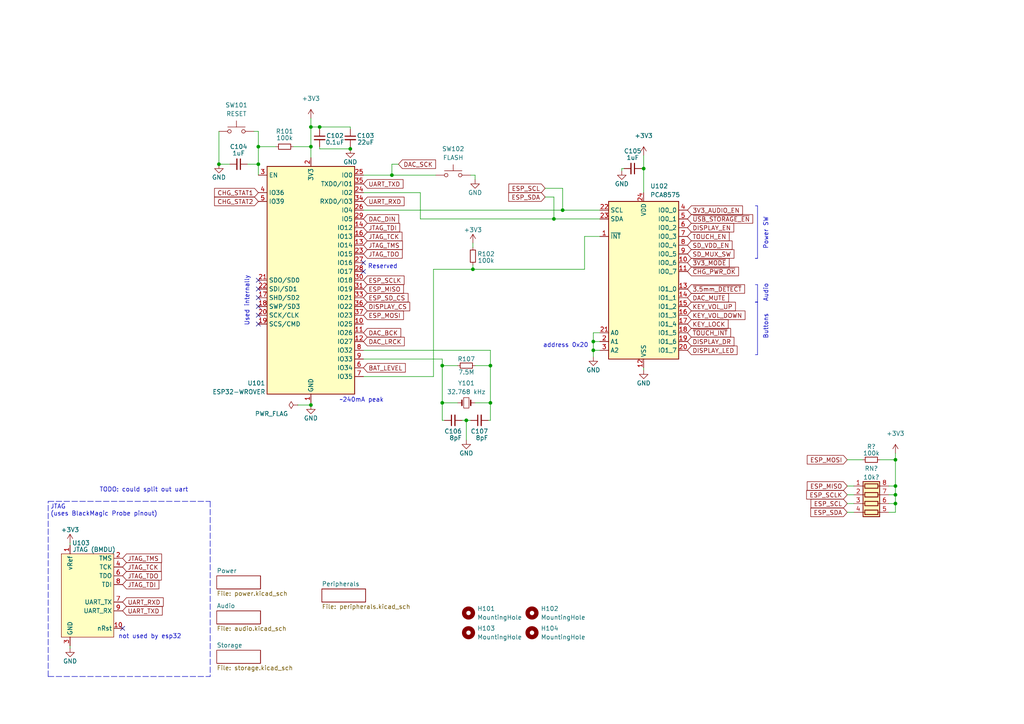
<source format=kicad_sch>
(kicad_sch (version 20211123) (generator eeschema)
  (paper "A4")
  (title_block (date "2022-09-04") (rev "1"))
  (lib_symbols
    (symbol "Device:C_Small" (pin_numbers hide) (pin_names (offset 0.254) hide)
      (property "Reference" "C" (at 0.254 1.778 0))
      (property "Value" "C_Small" (at 0.254 -2.032 0))
      (symbol "C_Small_0_1"
        (polyline (pts (xy -1.524 -0.508) (xy 1.524 -0.508)) (stroke (width 0.3302)))
        (polyline (pts (xy -1.524 0.508) (xy 1.524 0.508)) (stroke (width 0.3048)))
      )
      (symbol "C_Small_1_1"
        (pin passive line (at 0 2.54 270) (length 2.032) (name "~") (number "1"))
        (pin passive line (at 0 -2.54 90) (length 2.032) (name "~") (number "2"))
      )
    )
    (symbol "Device:Crystal_Small" (pin_numbers hide) (pin_names (offset 1.016) hide)
      (property "Reference" "Y" (at 0 2.54 0))
      (property "Value" "Crystal_Small" (at 0 -2.54 0))
      (symbol "Crystal_Small_0_1"
        (rectangle (start -0.762 -1.524) (end 0.762 1.524))
        (polyline (pts (xy -1.27 -0.762) (xy -1.27 0.762)) (stroke (width 0.381)))
        (polyline (pts (xy 1.27 -0.762) (xy 1.27 0.762)) (stroke (width 0.381)))
      )
      (symbol "Crystal_Small_1_1"
        (pin passive line (at -2.54 0 0) (length 1.27) (name "1") (number "1"))
        (pin passive line (at 2.54 0 180) (length 1.27) (name "2") (number "2"))
      )
    )
    (symbol "Device:R_Pack04" (pin_names (offset 0) hide)
      (property "Reference" "RN" (at -7.62 0 90))
      (property "Value" "R_Pack04" (at 5.08 0 90))
      (symbol "R_Pack04_0_1"
        (rectangle (start -6.35 -2.413) (end 3.81 2.413) (stroke (width 0.254)) (fill (type background)))
        (rectangle (start -5.715 1.905) (end -4.445 -1.905) (stroke (width 0.254)))
        (rectangle (start -3.175 1.905) (end -1.905 -1.905) (stroke (width 0.254)))
        (rectangle (start -0.635 1.905) (end 0.635 -1.905) (stroke (width 0.254)))
        (polyline (pts (xy -5.08 -2.54) (xy -5.08 -1.905)))
        (polyline (pts (xy -5.08 1.905) (xy -5.08 2.54)))
        (polyline (pts (xy -2.54 -2.54) (xy -2.54 -1.905)))
        (polyline (pts (xy -2.54 1.905) (xy -2.54 2.54)))
        (polyline (pts (xy 0 -2.54) (xy 0 -1.905)))
        (polyline (pts (xy 0 1.905) (xy 0 2.54)))
        (polyline (pts (xy 2.54 -2.54) (xy 2.54 -1.905)))
        (polyline (pts (xy 2.54 1.905) (xy 2.54 2.54)))
        (rectangle (start 1.905 1.905) (end 3.175 -1.905) (stroke (width 0.254)))
      )
      (symbol "R_Pack04_1_1"
        (pin passive line (at -5.08 -5.08 90) (length 2.54) (name "R1.1") (number "1"))
        (pin passive line (at -2.54 -5.08 90) (length 2.54) (name "R2.1") (number "2"))
        (pin passive line (at 0 -5.08 90) (length 2.54) (name "R3.1") (number "3"))
        (pin passive line (at 2.54 -5.08 90) (length 2.54) (name "R4.1") (number "4"))
        (pin passive line (at 2.54 5.08 270) (length 2.54) (name "R4.2") (number "5"))
        (pin passive line (at 0 5.08 270) (length 2.54) (name "R3.2") (number "6"))
        (pin passive line (at -2.54 5.08 270) (length 2.54) (name "R2.2") (number "7"))
        (pin passive line (at -5.08 5.08 270) (length 2.54) (name "R1.2") (number "8"))
      )
    )
    (symbol "Device:R_Small" (pin_numbers hide) (pin_names (offset 0.254) hide)
      (property "Reference" "R" (at 0.762 0.508 0))
      (property "Value" "R_Small" (at 0.762 -1.016 0))
      (symbol "R_Small_0_1"
        (rectangle (start -0.762 1.778) (end 0.762 -1.778) (stroke (width 0.2032)))
      )
      (symbol "R_Small_1_1"
        (pin passive line (at 0 2.54 270) (length 0.762) (name "~") (number "1"))
        (pin passive line (at 0 -2.54 90) (length 0.762) (name "~") (number "2"))
      )
    )
    (symbol "Interface_Expansion:PCA9555D"
      (property "Reference" "U" (at -8.89 24.13 0))
      (property "Value" "PCA9555D" (at 6.35 24.13 0))
      (symbol "PCA9555D_0_1"
        (rectangle (start -10.16 22.86) (end 10.16 -22.86) (stroke (width 0.254)) (fill (type background)))
      )
      (symbol "PCA9555D_1_1"
        (pin open_collector line (at -12.7 12.7 0) (length 2.54) (name "~{INT}") (number "1"))
        (pin bidirectional line (at 12.7 5.08 180) (length 2.54) (name "IO0_6") (number "10"))
        (pin bidirectional line (at 12.7 2.54 180) (length 2.54) (name "IO0_7") (number "11"))
        (pin power_in line (at 0 -25.4 90) (length 2.54) (name "VSS") (number "12"))
        (pin bidirectional line (at 12.7 -2.54 180) (length 2.54) (name "IO1_0") (number "13"))
        (pin bidirectional line (at 12.7 -5.08 180) (length 2.54) (name "IO1_1") (number "14"))
        (pin bidirectional line (at 12.7 -7.62 180) (length 2.54) (name "IO1_2") (number "15"))
        (pin bidirectional line (at 12.7 -10.16 180) (length 2.54) (name "IO1_3") (number "16"))
        (pin bidirectional line (at 12.7 -12.7 180) (length 2.54) (name "IO1_4") (number "17"))
        (pin bidirectional line (at 12.7 -15.24 180) (length 2.54) (name "IO1_5") (number "18"))
        (pin bidirectional line (at 12.7 -17.78 180) (length 2.54) (name "IO1_6") (number "19"))
        (pin input line (at -12.7 -17.78 0) (length 2.54) (name "A1") (number "2"))
        (pin bidirectional line (at 12.7 -20.32 180) (length 2.54) (name "IO1_7") (number "20"))
        (pin input line (at -12.7 -15.24 0) (length 2.54) (name "A0") (number "21"))
        (pin input line (at -12.7 20.32 0) (length 2.54) (name "SCL") (number "22"))
        (pin bidirectional line (at -12.7 17.78 0) (length 2.54) (name "SDA") (number "23"))
        (pin power_in line (at 0 25.4 270) (length 2.54) (name "VDD") (number "24"))
        (pin input line (at -12.7 -20.32 0) (length 2.54) (name "A2") (number "3"))
        (pin bidirectional line (at 12.7 20.32 180) (length 2.54) (name "IO0_0") (number "4"))
        (pin bidirectional line (at 12.7 17.78 180) (length 2.54) (name "IO0_1") (number "5"))
        (pin bidirectional line (at 12.7 15.24 180) (length 2.54) (name "IO0_2") (number "6"))
        (pin bidirectional line (at 12.7 12.7 180) (length 2.54) (name "IO0_3") (number "7"))
        (pin bidirectional line (at 12.7 10.16 180) (length 2.54) (name "IO0_4") (number "8"))
        (pin bidirectional line (at 12.7 7.62 180) (length 2.54) (name "IO0_5") (number "9"))
      )
    )
    (symbol "Mechanical:MountingHole" (pin_names (offset 1.016))
      (property "Reference" "H" (at 0 5.08 0))
      (property "Value" "MountingHole" (at 0 3.175 0))
      (symbol "MountingHole_0_1"
        (circle (center 0 0) (radius 1.27) (stroke (width 1.27)))
      )
    )
    (symbol "RF_Module:ESP32-WROOM-32U"
      (property "Reference" "U101" (at -18.415 -29.845 0))
      (property "Value" "ESP32-WROOM-32UE" (at -34.29 -32.385 0))
      (symbol "ESP32-WROOM-32U_0_1"
        (rectangle (start -12.7 33.02) (end 12.7 -33.02) (stroke (width 0.254)) (fill (type background)))
      )
      (symbol "ESP32-WROOM-32U_1_1"
        (pin power_in line (at 0 -35.56 90) (length 2.54) (name "GND") (number "1"))
        (pin bidirectional line (at 15.24 -12.7 180) (length 2.54) (name "IO25") (number "10"))
        (pin bidirectional line (at 15.24 -15.24 180) (length 2.54) (name "IO26") (number "11"))
        (pin bidirectional line (at 15.24 -17.78 180) (length 2.54) (name "IO27") (number "12"))
        (pin bidirectional line (at 15.24 10.16 180) (length 2.54) (name "IO14") (number "13"))
        (pin bidirectional line (at 15.24 15.24 180) (length 2.54) (name "IO12") (number "14"))
        (pin passive line (at 0 -35.56 90) (length 2.54) hide (name "GND") (number "15"))
        (pin bidirectional line (at 15.24 12.7 180) (length 2.54) (name "IO13") (number "16"))
        (pin bidirectional line (at -15.24 -5.08 0) (length 2.54) (name "SHD/SD2") (number "17"))
        (pin bidirectional line (at -15.24 -7.62 0) (length 2.54) (name "SWP/SD3") (number "18"))
        (pin bidirectional line (at -15.24 -12.7 0) (length 2.54) (name "SCS/CMD") (number "19"))
        (pin power_in line (at 0 35.56 270) (length 2.54) (name "3V3") (number "2"))
        (pin bidirectional line (at -15.24 -10.16 0) (length 2.54) (name "SCK/CLK") (number "20"))
        (pin bidirectional line (at -15.24 0 0) (length 2.54) (name "SDO/SD0") (number "21"))
        (pin bidirectional line (at -15.24 -2.54 0) (length 2.54) (name "SDI/SD1") (number "22"))
        (pin bidirectional line (at 15.24 7.62 180) (length 2.54) (name "IO15") (number "23"))
        (pin bidirectional line (at 15.24 25.4 180) (length 2.54) (name "IO2") (number "24"))
        (pin bidirectional line (at 15.24 30.48 180) (length 2.54) (name "IO0") (number "25"))
        (pin bidirectional line (at 15.24 20.32 180) (length 2.54) (name "IO4") (number "26"))
        (pin bidirectional line (at 15.24 5.08 180) (length 2.54) (name "IO16") (number "27"))
        (pin bidirectional line (at 15.24 2.54 180) (length 2.54) (name "IO17") (number "28"))
        (pin bidirectional line (at 15.24 17.78 180) (length 2.54) (name "IO5") (number "29"))
        (pin input line (at -15.24 30.48 0) (length 2.54) (name "EN") (number "3"))
        (pin bidirectional line (at 15.24 0 180) (length 2.54) (name "IO18") (number "30"))
        (pin bidirectional line (at 15.24 -2.54 180) (length 2.54) (name "IO19") (number "31"))
        (pin no_connect line (at -12.7 -27.94 0) (length 2.54) hide (name "NC") (number "32"))
        (pin bidirectional line (at 15.24 -5.08 180) (length 2.54) (name "IO21") (number "33"))
        (pin bidirectional line (at 15.24 22.86 180) (length 2.54) (name "RXD0/IO3") (number "34"))
        (pin bidirectional line (at 15.24 27.94 180) (length 2.54) (name "TXD0/IO1") (number "35"))
        (pin bidirectional line (at 15.24 -7.62 180) (length 2.54) (name "IO22") (number "36"))
        (pin bidirectional line (at 15.24 -10.16 180) (length 2.54) (name "IO23") (number "37"))
        (pin passive line (at 0 -35.56 90) (length 2.54) hide (name "GND") (number "38"))
        (pin passive line (at 0 -35.56 90) (length 2.54) hide (name "GND") (number "39"))
        (pin input line (at -15.24 25.4 0) (length 2.54) (name "IO36") (number "4"))
        (pin input line (at -15.24 22.86 0) (length 2.54) (name "IO39") (number "5"))
        (pin input line (at 15.24 -25.4 180) (length 2.54) (name "IO34") (number "6"))
        (pin input line (at 15.24 -27.94 180) (length 2.54) (name "IO35") (number "7"))
        (pin bidirectional line (at 15.24 -20.32 180) (length 2.54) (name "IO32") (number "8"))
        (pin bidirectional line (at 15.24 -22.86 180) (length 2.54) (name "IO33") (number "9"))
      )
    )
    (symbol "Switch:SW_Push" (pin_numbers hide) (pin_names (offset 1.016) hide)
      (property "Reference" "SW" (at 1.27 2.54 0))
      (property "Value" "SW_Push" (at 0 -1.524 0))
      (symbol "SW_Push_0_1"
        (circle (center -2.032 0) (radius 0.508))
        (polyline (pts (xy 0 1.27) (xy 0 3.048)))
        (polyline (pts (xy 2.54 1.27) (xy -2.54 1.27)))
        (circle (center 2.032 0) (radius 0.508))
        (pin passive line (at -5.08 0 0) (length 2.54) (name "1") (number "1"))
        (pin passive line (at 5.08 0 180) (length 2.54) (name "2") (number "2"))
      )
    )
    (symbol "power:+3V3" (power) (pin_names (offset 0))
      (property "Value" "+3V3" (at 0 3.556 0))
      (symbol "+3V3_0_1"
        (polyline (pts (xy -0.762 1.27) (xy 0 2.54)))
        (polyline (pts (xy 0 0) (xy 0 2.54)))
        (polyline (pts (xy 0 2.54) (xy 0.762 1.27)))
      )
      (symbol "+3V3_1_1"
        (pin power_in line (at 0 0 90) (length 0) hide (name "+3V3") (number "1"))
      )
    )
    (symbol "power:GND" (power) (pin_names (offset 0))
      (property "Value" "GND" (at 0 -3.81 0))
      (symbol "GND_0_1"
        (polyline (pts (xy 0 0) (xy 0 -1.27) (xy 1.27 -1.27) (xy 0 -2.54) (xy -1.27 -1.27) (xy 0 -1.27)))
      )
      (symbol "GND_1_1"
        (pin power_in line (at 0 0 270) (length 0) hide (name "GND") (number "1"))
      )
    )
    (symbol "power:PWR_FLAG" (power) (pin_numbers hide) (pin_names (offset 0) hide)
      (property "Value" "PWR_FLAG" (at 0 3.81 0))
      (symbol "PWR_FLAG_0_0"
        (pin power_out line (at 0 0 90) (length 0) (name "pwr") (number "1"))
      )
      (symbol "PWR_FLAG_0_1"
        (polyline (pts (xy 0 0) (xy 0 1.27) (xy -1.016 1.905) (xy 0 2.54) (xy 1.016 1.905) (xy 0 1.27)))
      )
    )
    (symbol "symbols:BMDU"
      (property "Reference" "U" (at -5.08 6.35 0))
      (property "Value" "BMDU" (at -5.08 6.35 0))
      (symbol "BMDU_0_0"
        (pin unspecified line (at -5.08 20.32 270) (length 2.54) (name "vRef") (number "1"))
        (pin unspecified line (at 10.16 -3.81 180) (length 2.54) (name "nRst") (number "10"))
        (pin unspecified line (at 10.16 16.51 180) (length 2.54) (name "TMS") (number "2"))
        (pin unspecified line (at -5.08 -8.89 90) (length 2.54) (name "GND") (number "3"))
        (pin unspecified line (at 10.16 13.97 180) (length 2.54) (name "TCK") (number "4"))
        (pin unspecified line (at -5.08 -8.89 90) (length 2.54) hide (name "GND") (number "5"))
        (pin unspecified line (at 10.16 11.43 180) (length 2.54) (name "TDO") (number "6"))
        (pin unspecified line (at 10.16 3.81 180) (length 2.54) (name "UART_TX") (number "7"))
        (pin unspecified line (at 10.16 8.89 180) (length 2.54) (name "TDI") (number "8"))
        (pin unspecified line (at 10.16 1.27 180) (length 2.54) (name "UART_RX") (number "9"))
      )
      (symbol "BMDU_0_1"
        (rectangle (start -7.62 17.78) (end 7.62 -6.35) (fill (type background)))
      )
    )
  )
  (junction (at 90.17 42.545))
  (junction (at 128.27 106.045))
  (junction (at 259.715 133.35))
  (junction (at 137.16 78.105))
  (junction (at 113.665 50.8))
  (junction (at 163.195 60.96))
  (junction (at 172.085 101.6))
  (junction (at 135.255 121.92))
  (junction (at 101.6 43.18))
  (junction (at 63.5 47.625))
  (junction (at 160.655 63.5))
  (junction (at 259.715 143.51))
  (junction (at 74.93 47.625))
  (junction (at 172.085 99.06))
  (junction (at 92.71 36.83))
  (junction (at 142.24 106.045))
  (junction (at 259.715 140.97))
  (junction (at 90.17 36.83))
  (junction (at 142.24 116.84))
  (junction (at 128.27 116.84))
  (junction (at 259.715 146.05))
  (junction (at 74.93 42.545))
  (junction (at 186.69 48.895))
  (junction (at 90.17 117.475))
  (no_connect (at 74.93 81.28))
  (no_connect (at 74.93 83.82))
  (no_connect (at 74.93 86.36))
  (no_connect (at 74.93 88.9))
  (no_connect (at 74.93 91.44))
  (no_connect (at 74.93 93.98))
  (no_connect (at 105.41 76.2))
  (no_connect (at 105.41 78.74))
  (no_connect (at 35.56 182.245))
  (wire (pts (xy 245.745 146.05) (xy 247.65 146.05)))
  (wire (pts (xy 173.99 99.06) (xy 172.085 99.06)))
  (wire (pts (xy 128.27 116.84) (xy 132.715 116.84)))
  (wire (pts (xy 257.81 146.05) (xy 259.715 146.05)))
  (wire (pts (xy 180.975 48.895) (xy 180.34 48.895)))
  (wire (pts (xy 142.24 106.045) (xy 142.24 116.84)))
  (wire (pts (xy 169.545 78.105) (xy 137.16 78.105)))
  (wire (pts (xy 113.665 47.625) (xy 113.665 50.8)))
  (wire (pts (xy 172.085 96.52) (xy 172.085 99.06)))
  (wire (pts (xy 255.27 133.35) (xy 259.715 133.35)))
  (wire (pts (xy 245.745 143.51) (xy 247.65 143.51)))
  (wire (pts (xy 73.66 38.1) (xy 74.93 38.1)))
  (polyline (pts (xy 219.075 74.93) (xy 219.71 74.93)) (stroke (width 0) (type solid)))
  (wire (pts (xy 128.27 116.84) (xy 128.27 121.92)))
  (wire (pts (xy 137.795 50.8) (xy 137.795 52.07)))
  (polyline (pts (xy 219.075 82.55) (xy 219.71 82.55)) (stroke (width 0) (type solid)))
  (wire (pts (xy 105.41 101.6) (xy 142.24 101.6)))
  (wire (pts (xy 92.71 42.545) (xy 92.71 43.18)))
  (wire (pts (xy 63.5 38.1) (xy 63.5 47.625)))
  (wire (pts (xy 105.41 104.14) (xy 128.27 104.14)))
  (wire (pts (xy 259.715 143.51) (xy 259.715 146.05)))
  (wire (pts (xy 90.17 36.83) (xy 90.17 42.545)))
  (wire (pts (xy 121.92 55.88) (xy 121.92 63.5)))
  (wire (pts (xy 85.09 42.545) (xy 90.17 42.545)))
  (wire (pts (xy 158.115 54.61) (xy 163.195 54.61)))
  (wire (pts (xy 105.41 55.88) (xy 121.92 55.88)))
  (polyline (pts (xy 219.71 59.69) (xy 219.71 74.93)) (stroke (width 0) (type solid)))
  (wire (pts (xy 245.745 140.97) (xy 247.65 140.97)))
  (wire (pts (xy 74.93 38.1) (xy 74.93 42.545)))
  (wire (pts (xy 245.745 133.35) (xy 250.19 133.35)))
  (wire (pts (xy 135.255 121.92) (xy 135.255 127.635)))
  (wire (pts (xy 71.755 47.625) (xy 74.93 47.625)))
  (wire (pts (xy 90.17 117.475) (xy 90.17 116.84)))
  (wire (pts (xy 74.93 42.545) (xy 74.93 47.625)))
  (wire (pts (xy 259.715 140.97) (xy 259.715 143.51)))
  (wire (pts (xy 92.71 36.83) (xy 101.6 36.83)))
  (wire (pts (xy 20.32 157.48) (xy 20.32 158.115)))
  (wire (pts (xy 186.69 107.315) (xy 186.69 106.68)))
  (polyline (pts (xy 13.97 196.215) (xy 13.97 145.415)))
  (wire (pts (xy 105.41 50.8) (xy 113.665 50.8)))
  (wire (pts (xy 142.24 101.6) (xy 142.24 106.045)))
  (wire (pts (xy 186.69 45.085) (xy 186.69 48.895)))
  (wire (pts (xy 257.81 143.51) (xy 259.715 143.51)))
  (wire (pts (xy 259.715 146.05) (xy 259.715 148.59)))
  (wire (pts (xy 259.715 148.59) (xy 257.81 148.59)))
  (wire (pts (xy 101.6 37.465) (xy 101.6 36.83)))
  (wire (pts (xy 115.57 47.625) (xy 113.665 47.625)))
  (wire (pts (xy 133.985 121.92) (xy 135.255 121.92)))
  (wire (pts (xy 90.17 42.545) (xy 90.17 45.72)))
  (wire (pts (xy 169.545 68.58) (xy 173.99 68.58)))
  (wire (pts (xy 128.27 106.045) (xy 132.715 106.045)))
  (wire (pts (xy 128.27 106.045) (xy 128.27 116.84)))
  (wire (pts (xy 136.525 50.8) (xy 137.795 50.8)))
  (wire (pts (xy 113.665 50.8) (xy 126.365 50.8)))
  (wire (pts (xy 163.195 60.96) (xy 173.99 60.96)))
  (wire (pts (xy 142.24 116.84) (xy 142.24 121.92)))
  (wire (pts (xy 169.545 68.58) (xy 169.545 78.105)))
  (wire (pts (xy 63.5 47.625) (xy 66.675 47.625)))
  (wire (pts (xy 105.41 60.96) (xy 163.195 60.96)))
  (polyline (pts (xy 219.075 87.63) (xy 219.71 87.63)) (stroke (width 0) (type solid)))
  (polyline (pts (xy 219.71 87.63) (xy 219.71 102.87)) (stroke (width 0) (type solid)))
  (wire (pts (xy 90.17 34.29) (xy 90.17 36.83)))
  (wire (pts (xy 128.27 104.14) (xy 128.27 106.045)))
  (wire (pts (xy 90.17 36.83) (xy 92.71 36.83)))
  (wire (pts (xy 92.71 43.18) (xy 101.6 43.18)))
  (polyline (pts (xy 219.075 87.63) (xy 219.71 87.63)) (stroke (width 0) (type solid)))
  (wire (pts (xy 172.085 99.06) (xy 172.085 101.6)))
  (wire (pts (xy 160.655 57.15) (xy 160.655 63.5)))
  (polyline (pts (xy 219.075 102.87) (xy 219.71 102.87)) (stroke (width 0) (type solid)))
  (wire (pts (xy 105.41 109.22) (xy 125.73 109.22)))
  (wire (pts (xy 86.36 117.475) (xy 90.17 117.475)))
  (polyline (pts (xy 219.075 74.93) (xy 219.71 74.93)) (stroke (width 0) (type solid)))
  (wire (pts (xy 74.93 47.625) (xy 74.93 50.8)))
  (wire (pts (xy 137.16 71.755) (xy 137.16 70.485)))
  (wire (pts (xy 80.01 42.545) (xy 74.93 42.545)))
  (wire (pts (xy 180.34 48.895) (xy 180.34 49.53)))
  (wire (pts (xy 137.795 106.045) (xy 142.24 106.045)))
  (polyline (pts (xy 13.97 145.415) (xy 60.96 145.415)))
  (wire (pts (xy 186.055 48.895) (xy 186.69 48.895)))
  (wire (pts (xy 257.81 140.97) (xy 259.715 140.97)))
  (wire (pts (xy 173.99 101.6) (xy 172.085 101.6)))
  (wire (pts (xy 186.69 48.895) (xy 186.69 55.88)))
  (wire (pts (xy 259.715 133.35) (xy 259.715 140.97)))
  (wire (pts (xy 141.605 121.92) (xy 142.24 121.92)))
  (wire (pts (xy 135.255 121.92) (xy 136.525 121.92)))
  (wire (pts (xy 163.195 54.61) (xy 163.195 60.96)))
  (wire (pts (xy 160.655 63.5) (xy 173.99 63.5)))
  (polyline (pts (xy 219.075 87.63) (xy 219.71 87.63)))
  (wire (pts (xy 92.71 36.83) (xy 92.71 37.465)))
  (wire (pts (xy 158.115 57.15) (xy 160.655 57.15)))
  (wire (pts (xy 101.6 43.18) (xy 101.6 42.545)))
  (wire (pts (xy 125.73 78.105) (xy 125.73 109.22)))
  (wire (pts (xy 172.085 101.6) (xy 172.085 103.505)))
  (wire (pts (xy 128.905 121.92) (xy 128.27 121.92)))
  (polyline (pts (xy 13.97 196.215) (xy 60.96 196.215)))
  (wire (pts (xy 121.92 63.5) (xy 160.655 63.5)))
  (wire (pts (xy 20.32 187.325) (xy 20.32 187.96)))
  (wire (pts (xy 137.16 76.835) (xy 137.16 78.105)))
  (polyline (pts (xy 219.71 82.55) (xy 219.71 87.63)) (stroke (width 0) (type solid)))
  (polyline (pts (xy 60.96 145.415) (xy 60.96 196.215)))
  (wire (pts (xy 137.16 78.105) (xy 125.73 78.105)))
  (wire (pts (xy 245.745 148.59) (xy 247.65 148.59)))
  (wire (pts (xy 137.795 116.84) (xy 142.24 116.84)))
  (wire (pts (xy 259.715 131.445) (xy 259.715 133.35)))
  (polyline (pts (xy 219.075 59.69) (xy 219.71 59.69)) (stroke (width 0) (type solid)))
  (wire (pts (xy 173.99 96.52) (xy 172.085 96.52)))
  (text "Audio" (at 222.885 87.63 90) (effects (font (size 1.27 1.27)) (justify left bottom)))
  (text "Buttons" (at 222.885 98.425 90) (effects (font (size 1.27 1.27)) (justify left bottom)))
  (text "~240mA peak" (at 98.425 116.84 0) (effects (font (size 1.27 1.27)) (justify left bottom)))
  (text "Power SW" (at 222.885 72.39 90) (effects (font (size 1.27 1.27)) (justify left bottom)))
  (text "TODO: could split out uart" (at 54.61 142.875 180) (effects (font (size 1.27 1.27)) (justify right bottom)))
  (text "not used by esp32" (at 34.29 185.42 0) (effects (font (size 1.27 1.27)) (justify left bottom)))
  (text "Used internally" (at 72.39 94.615 90) (effects (font (size 1.27 1.27)) (justify left bottom)))
  (text "address 0x20" (at 157.48 100.965 0) (effects (font (size 1.27 1.27)) (justify left bottom)))
  (text "JTAG\n(uses BlackMagic Probe pinout)" (at 14.605 149.86 0) (effects (font (size 1.27 1.27)) (justify left bottom)))
  (text "Reserved" (at 106.68 78.105 0) (effects (font (size 1.27 1.27)) (justify left bottom)))
  (global_label "UART_TXD" (shape input) (at 105.41 53.34 0) (property "Intersheet References" "${INTERSHEET_REFS}" (effects hide)))
  (global_label "CHG_STAT1" (shape input) (at 74.93 55.88 180) (property "Intersheet References" "${INTERSHEET_REFS}" (effects hide)))
  (global_label "JTAG_TDI" (shape input) (at 35.56 169.545 0) (property "Intersheet References" "${INTERSHEET_REFS}" (effects hide)))
  (global_label "JTAG_TCK" (shape input) (at 35.56 164.465 0) (property "Intersheet References" "${INTERSHEET_REFS}" (effects hide)))
  (global_label "JTAG_TDO" (shape input) (at 35.56 167.005 0) (property "Intersheet References" "${INTERSHEET_REFS}" (effects hide)))
  (global_label "KEY_VOL_DOWN" (shape input) (at 199.39 91.44 0) (property "Intersheet References" "${INTERSHEET_REFS}" (effects hide)))
  (global_label "DAC_LRCK" (shape input) (at 105.41 99.06 0) (property "Intersheet References" "${INTERSHEET_REFS}" (effects hide)))
  (global_label "BAT_LEVEL" (shape input) (at 105.41 106.68 0) (property "Intersheet References" "${INTERSHEET_REFS}" (effects hide)))
  (global_label "UART_RXD" (shape input) (at 105.41 58.42 0) (property "Intersheet References" "${INTERSHEET_REFS}" (effects hide)))
  (global_label "DAC_SCK" (shape input) (at 115.57 47.625 0) (property "Intersheet References" "${INTERSHEET_REFS}" (effects hide)))
  (global_label "ESP_MOSI" (shape input) (at 105.41 91.44 0) (property "Intersheet References" "${INTERSHEET_REFS}" (effects hide)))
  (global_label "DAC_BCK" (shape input) (at 105.41 96.52 0) (property "Intersheet References" "${INTERSHEET_REFS}" (effects hide)))
  (global_label "~{TOUCH_INT}" (shape input) (at 199.39 96.52 0) (property "Intersheet References" "${INTERSHEET_REFS}" (effects hide)))
  (global_label "DISPLAY_EN" (shape input) (at 199.39 66.04 0) (property "Intersheet References" "${INTERSHEET_REFS}" (effects hide)))
  (global_label "KEY_VOL_UP" (shape input) (at 199.39 88.9 0) (property "Intersheet References" "${INTERSHEET_REFS}" (effects hide)))
  (global_label "ESP_SCL" (shape input) (at 245.745 146.05 180) (property "Intersheet References" "${INTERSHEET_REFS}" (effects hide)))
  (global_label "~{CHG_PWR_OK}" (shape input) (at 199.39 78.74 0) (property "Intersheet References" "${INTERSHEET_REFS}" (effects hide)))
  (global_label "ESP_SDA" (shape input) (at 245.745 148.59 180) (property "Intersheet References" "${INTERSHEET_REFS}" (effects hide)))
  (global_label "ESP_SD_CS" (shape input) (at 105.41 86.36 0) (property "Intersheet References" "${INTERSHEET_REFS}" (effects hide)))
  (global_label "3V3_AUDIO_EN" (shape input) (at 199.39 60.96 0) (property "Intersheet References" "${INTERSHEET_REFS}" (effects hide)))
  (global_label "JTAG_TCK" (shape input) (at 105.41 68.58 0) (property "Intersheet References" "${INTERSHEET_REFS}" (effects hide)))
  (global_label "ESP_SCLK" (shape input) (at 245.745 143.51 180) (property "Intersheet References" "${INTERSHEET_REFS}" (effects hide)))
  (global_label "DAC_MUTE" (shape input) (at 199.39 86.36 0) (property "Intersheet References" "${INTERSHEET_REFS}" (effects hide)))
  (global_label "JTAG_TDO" (shape input) (at 105.41 73.66 0) (property "Intersheet References" "${INTERSHEET_REFS}" (effects hide)))
  (global_label "SD_VDD_EN" (shape input) (at 199.39 71.12 0) (property "Intersheet References" "${INTERSHEET_REFS}" (effects hide)))
  (global_label "~{USB_STORAGE_EN}" (shape input) (at 199.39 63.5 0) (property "Intersheet References" "${INTERSHEET_REFS}" (effects hide)))
  (global_label "CHG_STAT2" (shape input) (at 74.93 58.42 180) (property "Intersheet References" "${INTERSHEET_REFS}" (effects hide)))
  (global_label "TOUCH_EN" (shape input) (at 199.39 68.58 0) (property "Intersheet References" "${INTERSHEET_REFS}" (effects hide)))
  (global_label "DISPLAY_LED" (shape input) (at 199.39 101.6 0) (property "Intersheet References" "${INTERSHEET_REFS}" (effects hide)))
  (global_label "ESP_MISO" (shape input) (at 105.41 83.82 0) (property "Intersheet References" "${INTERSHEET_REFS}" (effects hide)))
  (global_label "~{3.5mm_DETECT}" (shape input) (at 199.39 83.82 0) (property "Intersheet References" "${INTERSHEET_REFS}" (effects hide)))
  (global_label "DISPLAY_DR" (shape input) (at 199.39 99.06 0) (property "Intersheet References" "${INTERSHEET_REFS}" (effects hide)))
  (global_label "UART_TXD" (shape input) (at 35.56 177.165 0) (property "Intersheet References" "${INTERSHEET_REFS}" (effects hide)))
  (global_label "KEY_LOCK" (shape input) (at 199.39 93.98 0) (property "Intersheet References" "${INTERSHEET_REFS}" (effects hide)))
  (global_label "ESP_MOSI" (shape input) (at 245.745 133.35 180) (property "Intersheet References" "${INTERSHEET_REFS}" (effects hide)))
  (global_label "JTAG_TDI" (shape input) (at 105.41 66.04 0) (property "Intersheet References" "${INTERSHEET_REFS}" (effects hide)))
  (global_label "ESP_SCLK" (shape input) (at 105.41 81.28 0) (property "Intersheet References" "${INTERSHEET_REFS}" (effects hide)))
  (global_label "SD_MUX_SW" (shape input) (at 199.39 73.66 0) (property "Intersheet References" "${INTERSHEET_REFS}" (effects hide)))
  (global_label "DISPLAY_CS" (shape input) (at 105.41 88.9 0) (property "Intersheet References" "${INTERSHEET_REFS}" (effects hide)))
  (global_label "UART_RXD" (shape input) (at 35.56 174.625 0) (property "Intersheet References" "${INTERSHEET_REFS}" (effects hide)))
  (global_label "JTAG_TMS" (shape input) (at 105.41 71.12 0) (property "Intersheet References" "${INTERSHEET_REFS}" (effects hide)))
  (global_label "~{3V3_MODE}" (shape input) (at 199.39 76.2 0) (property "Intersheet References" "${INTERSHEET_REFS}" (effects hide)))
  (global_label "ESP_SDA" (shape input) (at 158.115 57.15 180) (property "Intersheet References" "${INTERSHEET_REFS}" (effects hide)))
  (global_label "ESP_SCL" (shape input) (at 158.115 54.61 180) (property "Intersheet References" "${INTERSHEET_REFS}" (effects hide)))
  (global_label "DAC_DIN" (shape input) (at 105.41 63.5 0) (property "Intersheet References" "${INTERSHEET_REFS}" (effects hide)))
  (global_label "ESP_MISO" (shape input) (at 245.745 140.97 180) (property "Intersheet References" "${INTERSHEET_REFS}" (effects hide)))
  (global_label "JTAG_TMS" (shape input) (at 35.56 161.925 0) (property "Intersheet References" "${INTERSHEET_REFS}" (effects hide)))
  (symbol (lib_id "Switch:SW_Push") (at 68.58 38.1 0) (unit 1)
    (property "Reference" "SW101" (at 68.58 30.48 0))
    (property "Value" "RESET" (at 68.58 33.02 0))
  )
  (symbol (lib_id "power:GND") (at 90.17 117.475 0) (unit 1)
    (property "Reference" "#PWR0115" (effects hide))
    (property "Value" "GND" (at 90.17 121.285 0))
  )
  (symbol (lib_id "power:+3V3") (at 20.32 157.48 0) (unit 1)
    (property "Reference" "#PWR0117" (effects hide))
    (property "Value" "+3V3" (at 20.32 153.67 0))
  )
  (symbol (lib_id "Device:C_Small") (at 183.515 48.895 270) (unit 1)
    (property "Reference" "C105" (at 183.515 43.815 90))
    (property "Value" "1uF" (at 183.515 45.72 90))
    (property "Footprint" "Capacitor_SMD:C_0805_2012Metric" (effects hide))
    (property "PN" "EMK212BJ105KG-T" (effects hide))
  )
  (symbol (lib_id "Mechanical:MountingHole") (at 135.89 183.515 0) (unit 1) (in_bom no)
    (property "Reference" "H103" (at 138.43 182.2449 0) (effects (justify left)))
    (property "Value" "MountingHole" (at 138.43 184.7849 0) (effects (justify left)))
    (property "Footprint" "MountingHole:MountingHole_2.2mm_M2" (effects hide))
  )
  (symbol (lib_id "RF_Module:ESP32-WROOM-32U") (at 90.17 81.28 0) (unit 1)
    (property "Reference" "U101" (at 71.755 111.125 0) (effects (justify left)))
    (property "Value" "ESP32-WROVER" (at 61.595 113.665 0) (effects (justify left)))
    (property "Footprint" "footprints:ESP32-WROVER" (effects hide))
    (property "Datasheet" "https://www.espressif.com/sites/default/files/documentation/esp32-wroom-32d_esp32-wroom-32u_datasheet_en.pdf" (effects hide))
    (property "PN" "ESP32-WROVER-IE-N16R8" (effects hide))
  )
  (symbol (lib_id "Device:R_Small") (at 252.73 133.35 270) (mirror x) (unit 1)
    (property "Reference" "R?" (at 252.73 129.54 90))
    (property "Value" "100k" (at 252.73 131.445 90))
    (property "Footprint" "Resistor_SMD:R_0603_1608Metric" (effects hide))
    (property "PN" "RC0603JR-10100KL" (effects hide))
  )
  (symbol (lib_id "Device:C_Small") (at 139.065 121.92 90) (unit 1)
    (property "Reference" "C107" (at 141.605 125.095 90) (effects (justify left)))
    (property "Value" "8pF" (at 141.605 127 90) (effects (justify left)))
    (property "Footprint" "Capacitor_SMD:C_0603_1608Metric" (effects hide))
    (property "PN" "GQM1875C2E8R0CB12D" (effects hide))
  )
  (symbol (lib_id "Device:C_Small") (at 92.71 40.005 0) (unit 1)
    (property "Reference" "C102" (at 97.155 39.37 0))
    (property "Value" "0.1uF" (at 97.155 41.275 0))
    (property "Footprint" "Capacitor_SMD:C_0805_2012Metric" (effects hide))
    (property "PN" "0805YD104KAT2A" (effects hide))
  )
  (symbol (lib_id "power:GND") (at 20.32 187.96 0) (unit 1)
    (property "Reference" "#PWR0118" (effects hide))
    (property "Value" "GND" (at 20.32 191.77 0))
  )
  (symbol (lib_id "power:GND") (at 137.795 52.07 0) (unit 1)
    (property "Reference" "#PWR0127" (effects hide))
    (property "Value" "GND" (at 137.795 55.88 0))
  )
  (symbol (lib_id "Interface_Expansion:PCA9555D") (at 186.69 81.28 0) (unit 1)
    (property "Reference" "U102" (at 188.595 53.975 0) (effects (justify left)))
    (property "Value" "PCA8575" (at 188.595 56.515 0) (effects (justify left)))
    (property "Footprint" "Package_SO:SSOP-24_3.9x8.7mm_P0.635mm" (effects hide))
    (property "Datasheet" "https://www.nxp.com/docs/en/data-sheet/PCA9555.pdf" (effects hide))
    (property "PN" "PCA8575" (effects hide))
  )
  (symbol (lib_id "power:GND") (at 63.5 47.625 0) (unit 1)
    (property "Reference" "#PWR0107" (effects hide))
    (property "Value" "GND" (at 63.5 51.435 0))
  )
  (symbol (lib_id "power:GND") (at 180.34 49.53 0) (unit 1)
    (property "Reference" "#PWR0108" (effects hide))
    (property "Value" "GND" (at 180.34 53.34 0))
  )
  (symbol (lib_id "Device:R_Small") (at 135.255 106.045 90) (unit 1)
    (property "Reference" "R107" (at 135.255 104.14 90))
    (property "Value" "7.5M" (at 135.255 107.95 90))
    (property "Footprint" "Resistor_SMD:R_0603_1608Metric" (effects hide))
    (property "PN" "RC0603FR-077M5L" (effects hide))
  )
  (symbol (lib_id "power:+3V3") (at 259.715 131.445 0) (unit 1)
    (property "Reference" "#PWR?" (effects hide))
    (property "Value" "+3V3" (at 259.715 125.73 0))
  )
  (symbol (lib_id "Device:R_Small") (at 82.55 42.545 90) (unit 1)
    (property "Reference" "R101" (at 82.55 38.1 90))
    (property "Value" "100k" (at 82.55 40.005 90))
    (property "Footprint" "Resistor_SMD:R_0603_1608Metric" (effects hide))
    (property "PN" "RC0603JR-10100KL" (effects hide))
  )
  (symbol (lib_id "Device:C_Small") (at 131.445 121.92 90) (unit 1)
    (property "Reference" "C106" (at 133.985 125.095 90) (effects (justify left)))
    (property "Value" "8pF" (at 133.985 127 90) (effects (justify left)))
    (property "Footprint" "Capacitor_SMD:C_0603_1608Metric" (effects hide))
    (property "PN" "GQM1875C2E8R0CB12D" (effects hide))
  )
  (symbol (lib_id "Device:R_Small") (at 137.16 74.295 0) (unit 1)
    (property "Reference" "R102" (at 140.97 73.66 0))
    (property "Value" "100k" (at 140.97 75.565 0))
    (property "Footprint" "Resistor_SMD:R_0603_1608Metric" (effects hide))
    (property "PN" "RC0603JR-10100KL" (effects hide))
  )
  (symbol (lib_id "power:GND") (at 172.085 103.505 0) (unit 1)
    (property "Reference" "#PWR0113" (effects hide))
    (property "Value" "GND" (at 172.085 107.315 0))
  )
  (symbol (lib_id "power:+3V3") (at 137.16 70.485 0) (unit 1)
    (property "Reference" "#PWR0104" (effects hide))
    (property "Value" "+3V3" (at 137.16 66.675 0))
  )
  (symbol (lib_id "Device:C_Small") (at 101.6 40.005 0) (unit 1)
    (property "Reference" "C103" (at 106.045 39.37 0))
    (property "Value" "22uF" (at 106.045 41.275 0))
    (property "Footprint" "Capacitor_SMD:C_0805_2012Metric" (effects hide))
    (property "PN" "EMK212BBJ226MG-T " (effects hide))
  )
  (symbol (lib_id "power:+3V3") (at 186.69 45.085 0) (unit 1)
    (property "Reference" "#PWR0106" (effects hide))
    (property "Value" "+3V3" (at 186.69 39.37 0))
  )
  (symbol (lib_id "power:GND") (at 135.255 127.635 0) (unit 1)
    (property "Reference" "#PWR0116" (effects hide))
    (property "Value" "GND" (at 135.255 131.445 0))
  )
  (symbol (lib_id "Mechanical:MountingHole") (at 135.89 177.8 0) (unit 1) (in_bom no)
    (property "Reference" "H101" (at 138.43 176.5299 0) (effects (justify left)))
    (property "Value" "MountingHole" (at 138.43 179.0699 0) (effects (justify left)))
    (property "Footprint" "MountingHole:MountingHole_2.2mm_M2" (effects hide))
  )
  (symbol (lib_id "power:PWR_FLAG") (at 86.36 117.475 90) (unit 1)
    (property "Reference" "#FLG0101" (effects hide))
    (property "Value" "PWR_FLAG" (at 78.74 120.015 90))
  )
  (symbol (lib_id "symbols:BMDU") (at 25.4 178.435 0) (unit 1)
    (property "Reference" "U103" (at 23.495 157.48 0))
    (property "Value" "JTAG (BMDU)" (at 27.305 159.385 0))
    (property "Footprint" "Connector_PinHeader_1.27mm:PinHeader_2x05_P1.27mm_Vertical_SMD" (effects hide))
    (property "Datasheet" "SAM8796-ND" (effects hide))
    (property "PN" "FTSH-105-01-F-DV-K" (effects hide))
  )
  (symbol (lib_id "power:GND") (at 186.69 107.315 0) (unit 1)
    (property "Reference" "#PWR0114" (effects hide))
    (property "Value" "GND" (at 186.69 111.125 0))
  )
  (symbol (lib_id "Device:R_Pack04") (at 252.73 146.05 270) (unit 1)
    (property "Reference" "RN?" (at 252.73 135.89 90))
    (property "Value" "10k?" (at 252.73 138.43 90))
  )
  (symbol (lib_id "power:+3V3") (at 90.17 34.29 0) (unit 1)
    (property "Reference" "#PWR0102" (effects hide))
    (property "Value" "+3V3" (at 90.17 28.575 0))
  )
  (symbol (lib_id "power:GND") (at 101.6 43.18 0) (unit 1)
    (property "Reference" "#PWR0105" (effects hide))
    (property "Value" "GND" (at 101.6 46.99 0))
  )
  (symbol (lib_id "Mechanical:MountingHole") (at 154.305 183.515 0) (unit 1) (in_bom no)
    (property "Reference" "H104" (at 156.845 182.2449 0) (effects (justify left)))
    (property "Value" "MountingHole" (at 156.845 184.7849 0) (effects (justify left)))
    (property "Footprint" "MountingHole:MountingHole_2.2mm_M2" (effects hide))
  )
  (symbol (lib_id "Switch:SW_Push") (at 131.445 50.8 0) (unit 1)
    (property "Reference" "SW102" (at 131.445 43.18 0))
    (property "Value" "FLASH" (at 131.445 45.72 0))
  )
  (symbol (lib_id "Device:Crystal_Small") (at 135.255 116.84 0) (unit 1)
    (property "Reference" "Y101" (at 135.255 111.125 0))
    (property "Value" "32.768 kHz" (at 135.255 113.665 0))
    (property "Footprint" "Crystal:Crystal_SMD_3215-2Pin_3.2x1.5mm" (effects hide))
    (property "PN" "FC-135 32.7680KA-AG0" (effects hide))
  )
  (symbol (lib_id "Mechanical:MountingHole") (at 154.305 177.8 0) (unit 1) (in_bom no)
    (property "Reference" "H102" (at 156.845 176.5299 0) (effects (justify left)))
    (property "Value" "MountingHole" (at 156.845 179.0699 0) (effects (justify left)))
    (property "Footprint" "MountingHole:MountingHole_2.2mm_M2" (effects hide))
  )
  (symbol (lib_id "Device:C_Small") (at 69.215 47.625 270) (unit 1)
    (property "Reference" "C104" (at 69.215 42.545 90))
    (property "Value" "1uF" (at 69.215 44.45 90))
    (property "Footprint" "Capacitor_SMD:C_0805_2012Metric" (effects hide))
    (property "PN" "EMK212BJ105KG-T" (effects hide))
  )
  (sheet (at 62.865 167.005) (size 12.7 3.81) (stroke (width 0.1524))
    (property "Sheet name" "Power" (at 62.865 166.2934 0) (effects (justify left bottom)))
    (property "Sheet file" "power.kicad_sch" (at 62.865 171.3996 0) (effects (justify left top)))
  )
  (sheet (at 62.865 188.595) (size 12.7 3.81) (stroke (width 0.1524))
    (property "Sheet name" "Storage" (at 62.865 187.8834 0) (effects (justify left bottom)))
    (property "Sheet file" "storage.kicad_sch" (at 62.865 192.9896 0) (effects (justify left top)))
  )
  (sheet (at 62.865 177.165) (size 12.7 3.81) (stroke (width 0.1524))
    (property "Sheet name" "Audio" (at 62.865 176.4534 0) (effects (justify left bottom)))
    (property "Sheet file" "audio.kicad_sch" (at 62.865 181.5596 0) (effects (justify left top)))
  )
  (sheet (at 93.345 170.815) (size 12.7 3.81) (stroke (width 0.1524))
    (property "Sheet name" "Peripherals" (at 93.345 170.1034 0) (effects (justify left bottom)))
    (property "Sheet file" "peripherals.kicad_sch" (at 93.345 175.2096 0) (effects (justify left top)))
  )
)
</source>
